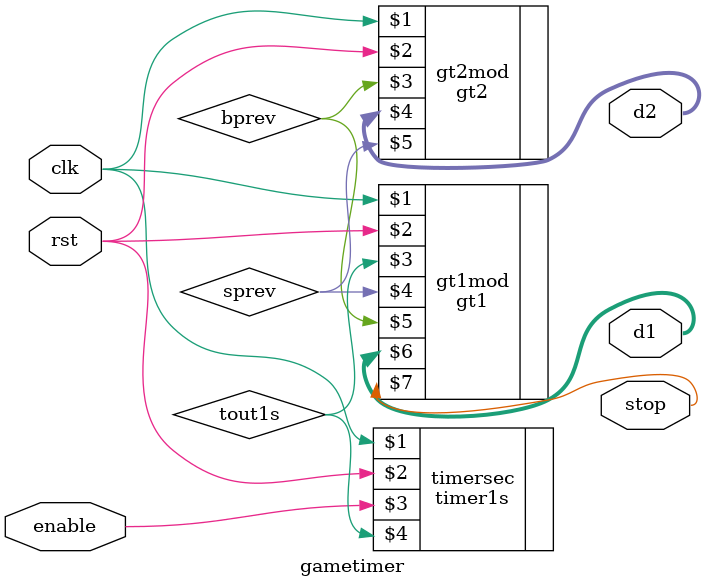
<source format=v>

module gametimer(clk, rst, enable, d1, d2, stop);
input clk, rst, enable;
output stop;
output [3:0]d1;
output [3:0]d2;
wire tout1s, bprev, sprev;
timer1s timersec(clk, rst, enable, tout1s);
gt1 gt1mod(clk, rst, tout1s, sprev, bprev, d1, stop);
gt2 gt2mod(clk, rst, bprev, d2, sprev);
endmodule


</source>
